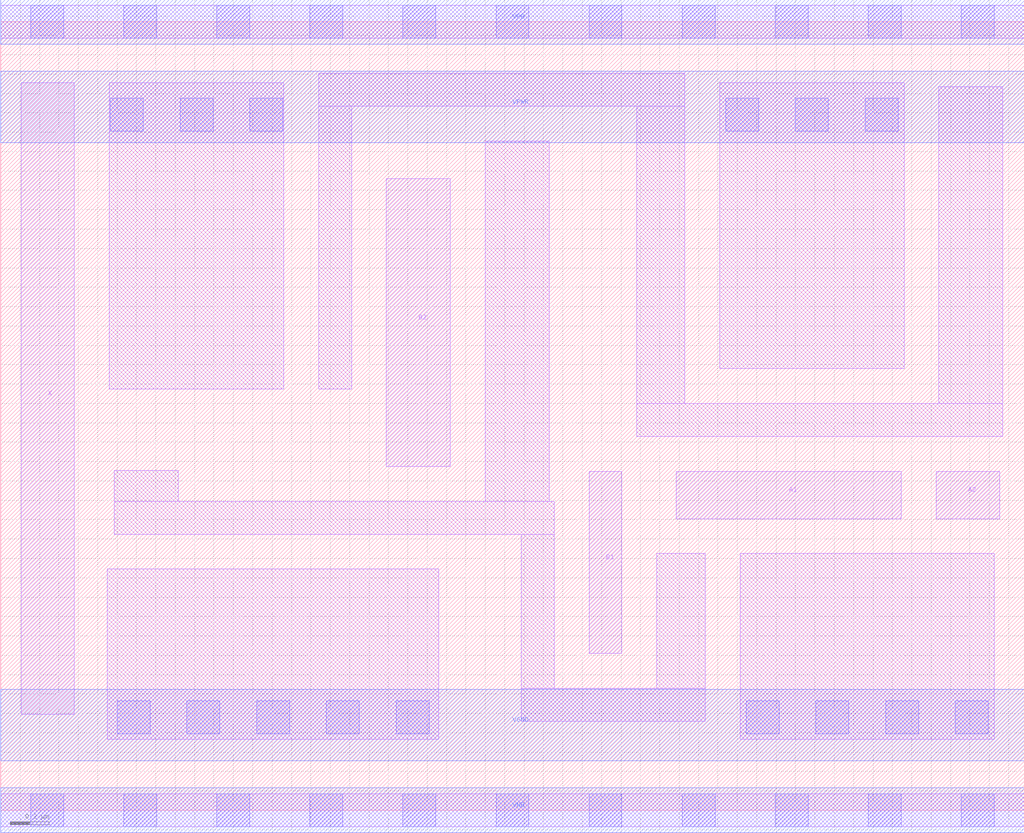
<source format=lef>
# Copyright 2020 The SkyWater PDK Authors
#
# Licensed under the Apache License, Version 2.0 (the "License");
# you may not use this file except in compliance with the License.
# You may obtain a copy of the License at
#
#     https://www.apache.org/licenses/LICENSE-2.0
#
# Unless required by applicable law or agreed to in writing, software
# distributed under the License is distributed on an "AS IS" BASIS,
# WITHOUT WARRANTIES OR CONDITIONS OF ANY KIND, either express or implied.
# See the License for the specific language governing permissions and
# limitations under the License.
#
# SPDX-License-Identifier: Apache-2.0

VERSION 5.5 ;
NAMESCASESENSITIVE ON ;
BUSBITCHARS "[]" ;
DIVIDERCHAR "/" ;
SITE unithvdbl
    SYMMETRY y  ;
    CLASS CORE  ;
    SIZE  0.480 BY 8.140 ;
END unithvdbl
MACRO sky130_fd_sc_hvl__a22o_1
  CLASS CORE ;
  SOURCE USER ;
  ORIGIN  0.000000  0.000000 ;
  SIZE  5.280000 BY  4.070000 ;
  SYMMETRY X Y ;
  SITE unithv ;
  PIN A1
    ANTENNAGATEAREA  1.125000 ;
    DIRECTION INPUT ;
    USE SIGNAL ;
    PORT
      LAYER li1 ;
        RECT 3.485000 1.505000 4.645000 1.750000 ;
    END
  END A1
  PIN A2
    ANTENNAGATEAREA  1.125000 ;
    DIRECTION INPUT ;
    USE SIGNAL ;
    PORT
      LAYER li1 ;
        RECT 4.825000 1.505000 5.155000 1.750000 ;
    END
  END A2
  PIN B1
    ANTENNAGATEAREA  1.125000 ;
    DIRECTION INPUT ;
    USE SIGNAL ;
    PORT
      LAYER li1 ;
        RECT 3.035000 0.810000 3.205000 1.750000 ;
    END
  END B1
  PIN B2
    ANTENNAGATEAREA  1.125000 ;
    DIRECTION INPUT ;
    USE SIGNAL ;
    PORT
      LAYER li1 ;
        RECT 1.990000 1.775000 2.320000 3.260000 ;
    END
  END B2
  PIN X
    ANTENNADIFFAREA  0.626250 ;
    DIRECTION OUTPUT ;
    USE SIGNAL ;
    PORT
      LAYER li1 ;
        RECT 0.105000 0.495000 0.380000 3.755000 ;
    END
  END X
  PIN VGND
    DIRECTION INOUT ;
    USE GROUND ;
    PORT
      LAYER met1 ;
        RECT 0.000000 0.255000 5.280000 0.625000 ;
    END
  END VGND
  PIN VNB
    DIRECTION INOUT ;
    USE GROUND ;
    PORT
      LAYER met1 ;
        RECT 0.000000 -0.115000 5.280000 0.115000 ;
    END
  END VNB
  PIN VPB
    DIRECTION INOUT ;
    USE POWER ;
    PORT
      LAYER met1 ;
        RECT 0.000000 3.955000 5.280000 4.185000 ;
    END
  END VPB
  PIN VPWR
    DIRECTION INOUT ;
    USE POWER ;
    PORT
      LAYER met1 ;
        RECT 0.000000 3.445000 5.280000 3.815000 ;
    END
  END VPWR
  OBS
    LAYER li1 ;
      RECT 0.000000 -0.085000 5.280000 0.085000 ;
      RECT 0.000000  3.985000 5.280000 4.155000 ;
      RECT 0.550000  0.365000 2.260000 1.245000 ;
      RECT 0.560000  2.175000 1.460000 3.755000 ;
      RECT 0.585000  1.425000 2.855000 1.595000 ;
      RECT 0.585000  1.595000 0.915000 1.755000 ;
      RECT 1.640000  2.175000 1.810000 3.635000 ;
      RECT 1.640000  3.635000 3.530000 3.805000 ;
      RECT 2.500000  1.595000 2.830000 3.455000 ;
      RECT 2.685000  0.460000 3.635000 0.630000 ;
      RECT 2.685000  0.630000 2.855000 1.425000 ;
      RECT 3.280000  1.930000 5.170000 2.100000 ;
      RECT 3.280000  2.100000 3.530000 3.635000 ;
      RECT 3.385000  0.630000 3.635000 1.325000 ;
      RECT 3.710000  2.280000 4.660000 3.755000 ;
      RECT 3.815000  0.365000 5.125000 1.325000 ;
      RECT 4.840000  2.100000 5.170000 3.735000 ;
    LAYER mcon ;
      RECT 0.155000 -0.085000 0.325000 0.085000 ;
      RECT 0.155000 -0.085000 0.325000 0.085000 ;
      RECT 0.155000  3.985000 0.325000 4.155000 ;
      RECT 0.155000  3.985000 0.325000 4.155000 ;
      RECT 0.565000  3.505000 0.735000 3.675000 ;
      RECT 0.600000  0.395000 0.770000 0.565000 ;
      RECT 0.635000 -0.085000 0.805000 0.085000 ;
      RECT 0.635000 -0.085000 0.805000 0.085000 ;
      RECT 0.635000  3.985000 0.805000 4.155000 ;
      RECT 0.635000  3.985000 0.805000 4.155000 ;
      RECT 0.925000  3.505000 1.095000 3.675000 ;
      RECT 0.960000  0.395000 1.130000 0.565000 ;
      RECT 1.115000 -0.085000 1.285000 0.085000 ;
      RECT 1.115000 -0.085000 1.285000 0.085000 ;
      RECT 1.115000  3.985000 1.285000 4.155000 ;
      RECT 1.115000  3.985000 1.285000 4.155000 ;
      RECT 1.285000  3.505000 1.455000 3.675000 ;
      RECT 1.320000  0.395000 1.490000 0.565000 ;
      RECT 1.595000 -0.085000 1.765000 0.085000 ;
      RECT 1.595000 -0.085000 1.765000 0.085000 ;
      RECT 1.595000  3.985000 1.765000 4.155000 ;
      RECT 1.595000  3.985000 1.765000 4.155000 ;
      RECT 1.680000  0.395000 1.850000 0.565000 ;
      RECT 2.040000  0.395000 2.210000 0.565000 ;
      RECT 2.075000 -0.085000 2.245000 0.085000 ;
      RECT 2.075000 -0.085000 2.245000 0.085000 ;
      RECT 2.075000  3.985000 2.245000 4.155000 ;
      RECT 2.075000  3.985000 2.245000 4.155000 ;
      RECT 2.555000 -0.085000 2.725000 0.085000 ;
      RECT 2.555000 -0.085000 2.725000 0.085000 ;
      RECT 2.555000  3.985000 2.725000 4.155000 ;
      RECT 2.555000  3.985000 2.725000 4.155000 ;
      RECT 3.035000 -0.085000 3.205000 0.085000 ;
      RECT 3.035000 -0.085000 3.205000 0.085000 ;
      RECT 3.035000  3.985000 3.205000 4.155000 ;
      RECT 3.035000  3.985000 3.205000 4.155000 ;
      RECT 3.515000 -0.085000 3.685000 0.085000 ;
      RECT 3.515000 -0.085000 3.685000 0.085000 ;
      RECT 3.515000  3.985000 3.685000 4.155000 ;
      RECT 3.515000  3.985000 3.685000 4.155000 ;
      RECT 3.740000  3.505000 3.910000 3.675000 ;
      RECT 3.845000  0.395000 4.015000 0.565000 ;
      RECT 3.995000 -0.085000 4.165000 0.085000 ;
      RECT 3.995000 -0.085000 4.165000 0.085000 ;
      RECT 3.995000  3.985000 4.165000 4.155000 ;
      RECT 3.995000  3.985000 4.165000 4.155000 ;
      RECT 4.100000  3.505000 4.270000 3.675000 ;
      RECT 4.205000  0.395000 4.375000 0.565000 ;
      RECT 4.460000  3.505000 4.630000 3.675000 ;
      RECT 4.475000 -0.085000 4.645000 0.085000 ;
      RECT 4.475000 -0.085000 4.645000 0.085000 ;
      RECT 4.475000  3.985000 4.645000 4.155000 ;
      RECT 4.475000  3.985000 4.645000 4.155000 ;
      RECT 4.565000  0.395000 4.735000 0.565000 ;
      RECT 4.925000  0.395000 5.095000 0.565000 ;
      RECT 4.955000 -0.085000 5.125000 0.085000 ;
      RECT 4.955000 -0.085000 5.125000 0.085000 ;
      RECT 4.955000  3.985000 5.125000 4.155000 ;
      RECT 4.955000  3.985000 5.125000 4.155000 ;
  END
END sky130_fd_sc_hvl__a22o_1
END LIBRARY

</source>
